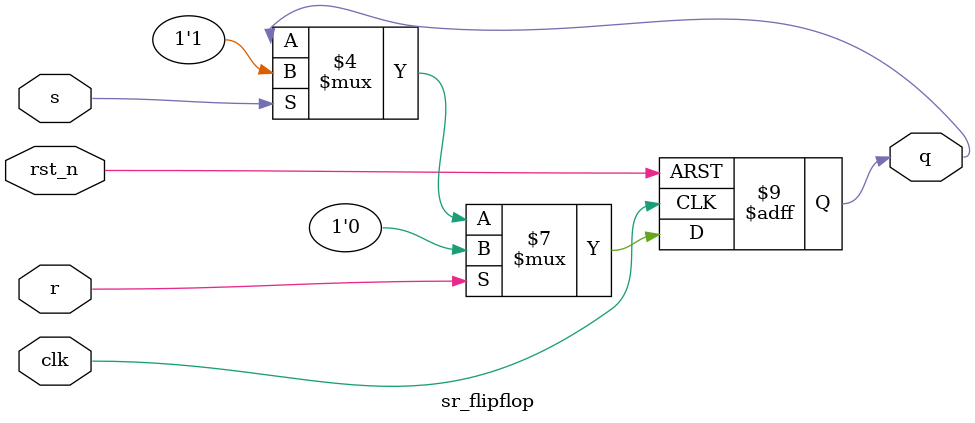
<source format=sv>
module PWM11(clk, rst_n, duty, PWM_sig);

input clk, rst_n;
input unsigned [10:0] duty;

output PWM_sig;

wire set, reset;
reg unsigned [10:0] cnt;

sr_flipflop pwm_flop(.q(PWM_sig), .s(set), .r(reset), .rst_n(rst_n), .clk(clk));

assign reset = (cnt >= duty) ? 1 : 0;
assign set = ~|cnt;

initial cnt = 0;

always @(posedge clk, negedge rst_n)
  if(!rst_n)
    cnt <= 0;
  else
    cnt <= cnt + 1;

endmodule

// SR-FF with active low async reset and active high set/reset
module sr_flipflop(q, s, r, rst_n, clk);

input clk, s, r, rst_n;
output reg q;

always_ff @(posedge clk, negedge rst_n)
  if(!rst_n)
    q <= 0;
  else if(r)
    q <= 0;
  else if(s)
    q <= 1;
  else
    q <= q;

endmodule
</source>
